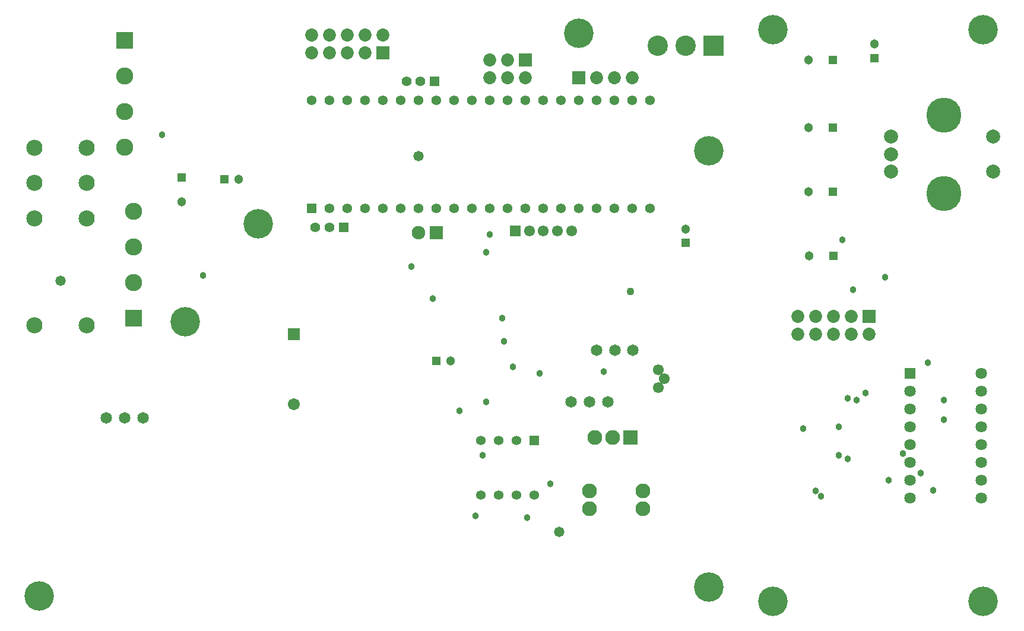
<source format=gbr>
G04*
G04 #@! TF.GenerationSoftware,Altium Limited,Altium Designer,22.4.2 (48)*
G04*
G04 Layer_Color=16711935*
%FSLAX25Y25*%
%MOIN*%
G70*
G04*
G04 #@! TF.SameCoordinates,783B880F-F190-4A79-90E1-06678E82802B*
G04*
G04*
G04 #@! TF.FilePolarity,Negative*
G04*
G01*
G75*
%ADD46C,0.19698*%
%ADD47C,0.07887*%
%ADD48C,0.05131*%
%ADD49R,0.05131X0.05131*%
%ADD50R,0.06410X0.06410*%
%ADD51C,0.06410*%
%ADD52C,0.07296*%
%ADD53R,0.07296X0.07296*%
%ADD54R,0.05131X0.05131*%
%ADD55C,0.05461*%
%ADD56C,0.06469*%
%ADD57C,0.05359*%
%ADD58R,0.05359X0.05359*%
%ADD59C,0.06115*%
%ADD60C,0.08359*%
%ADD61R,0.08359X0.08359*%
%ADD62C,0.11430*%
%ADD63R,0.11430X0.11430*%
%ADD64C,0.08300*%
%ADD65C,0.06706*%
%ADD66R,0.06706X0.06706*%
%ADD67C,0.09068*%
%ADD68C,0.09599*%
%ADD69R,0.09599X0.09599*%
%ADD70R,0.05461X0.05461*%
%ADD71R,0.05524X0.05524*%
%ADD72C,0.05524*%
%ADD73R,0.06115X0.06115*%
%ADD74C,0.07591*%
%ADD75R,0.07591X0.07591*%
%ADD76C,0.16548*%
%ADD77C,0.03800*%
%ADD78C,0.04300*%
%ADD79C,0.05800*%
D46*
X529000Y287047D02*
D03*
Y242953D02*
D03*
D47*
X556559Y255157D02*
D03*
Y274843D02*
D03*
X499472Y265000D02*
D03*
Y255157D02*
D03*
Y274843D02*
D03*
D48*
X453000Y280000D02*
D03*
Y318000D02*
D03*
Y244000D02*
D03*
X453220Y208000D02*
D03*
X384000Y223000D02*
D03*
X252000Y149000D02*
D03*
X101000Y238220D02*
D03*
X133000Y251000D02*
D03*
X490000Y326874D02*
D03*
D49*
X466780Y280000D02*
D03*
Y318000D02*
D03*
Y244000D02*
D03*
X467000Y208000D02*
D03*
X244126Y149000D02*
D03*
X125126Y251000D02*
D03*
D50*
X510000Y142000D02*
D03*
D51*
Y132000D02*
D03*
Y122000D02*
D03*
Y112000D02*
D03*
Y102000D02*
D03*
Y92000D02*
D03*
Y82000D02*
D03*
Y72000D02*
D03*
X550000D02*
D03*
Y82000D02*
D03*
Y92000D02*
D03*
Y102000D02*
D03*
Y112000D02*
D03*
Y122000D02*
D03*
Y132000D02*
D03*
Y142000D02*
D03*
D52*
X447000Y164000D02*
D03*
Y174000D02*
D03*
X457000Y164000D02*
D03*
Y174000D02*
D03*
X467000Y164000D02*
D03*
Y174000D02*
D03*
X477000Y164000D02*
D03*
Y174000D02*
D03*
X487000Y164000D02*
D03*
X274000Y308000D02*
D03*
Y318000D02*
D03*
X284000Y308000D02*
D03*
Y318000D02*
D03*
X294000Y308000D02*
D03*
X174000Y332000D02*
D03*
Y322000D02*
D03*
X184000Y332000D02*
D03*
Y322000D02*
D03*
X194000Y332000D02*
D03*
Y322000D02*
D03*
X204000Y332000D02*
D03*
Y322000D02*
D03*
X214000Y332000D02*
D03*
X354000Y308000D02*
D03*
X344000D02*
D03*
X334000D02*
D03*
D53*
X487000Y174000D02*
D03*
X294000Y318000D02*
D03*
X214000Y322000D02*
D03*
X324000Y308000D02*
D03*
D54*
X384000Y215126D02*
D03*
X101000Y252000D02*
D03*
X490000Y319000D02*
D03*
D55*
X354000Y234626D02*
D03*
X174000Y295374D02*
D03*
X184000D02*
D03*
X194000D02*
D03*
X204000D02*
D03*
X214000D02*
D03*
X224000D02*
D03*
X234000D02*
D03*
X244000D02*
D03*
X254000D02*
D03*
X264000D02*
D03*
X274000D02*
D03*
X284000D02*
D03*
X294000D02*
D03*
X304000D02*
D03*
X314000D02*
D03*
X324000D02*
D03*
X334000D02*
D03*
X344000D02*
D03*
X354000D02*
D03*
X364000D02*
D03*
Y234626D02*
D03*
X344000D02*
D03*
X334000D02*
D03*
X324000D02*
D03*
X314000D02*
D03*
X304000D02*
D03*
X294000D02*
D03*
X284000D02*
D03*
X274000D02*
D03*
X264000D02*
D03*
X254000D02*
D03*
X244000D02*
D03*
X234000D02*
D03*
X224000D02*
D03*
X214000D02*
D03*
X204000D02*
D03*
X194000D02*
D03*
X184000D02*
D03*
D56*
X340236Y126000D02*
D03*
X330000D02*
D03*
X319764D02*
D03*
X354472Y155000D02*
D03*
X344236D02*
D03*
X334000D02*
D03*
X58764Y117000D02*
D03*
X69000D02*
D03*
X79236D02*
D03*
D57*
X299000Y73626D02*
D03*
X289000D02*
D03*
X279000D02*
D03*
X269000D02*
D03*
Y104374D02*
D03*
X279000D02*
D03*
X289000D02*
D03*
D58*
X299000D02*
D03*
D59*
X368654Y134000D02*
D03*
X372000Y139000D02*
D03*
X368654Y144000D02*
D03*
X319874Y222000D02*
D03*
X312000D02*
D03*
X304126D02*
D03*
X296252D02*
D03*
D60*
X333000Y106000D02*
D03*
X343000D02*
D03*
D61*
X353000D02*
D03*
D62*
X368409Y326000D02*
D03*
X384000D02*
D03*
D63*
X399591D02*
D03*
D64*
X360000Y76000D02*
D03*
Y66000D02*
D03*
X330000D02*
D03*
Y76000D02*
D03*
D65*
X164000Y124630D02*
D03*
D66*
Y164000D02*
D03*
D67*
X18236Y169000D02*
D03*
Y229079D02*
D03*
Y248921D02*
D03*
Y268764D02*
D03*
X47764D02*
D03*
Y248921D02*
D03*
Y229079D02*
D03*
Y169000D02*
D03*
D68*
X69000Y269000D02*
D03*
Y289000D02*
D03*
Y309000D02*
D03*
X74000Y233000D02*
D03*
Y213000D02*
D03*
Y193000D02*
D03*
D69*
X69000Y329000D02*
D03*
X74000Y173000D02*
D03*
D70*
X174000Y234626D02*
D03*
D71*
X243000Y306000D02*
D03*
X191874Y224000D02*
D03*
D72*
X235126Y306000D02*
D03*
X227252D02*
D03*
X184000Y224000D02*
D03*
X176126D02*
D03*
D73*
X288378Y222000D02*
D03*
D74*
X234000Y221000D02*
D03*
D75*
X244000D02*
D03*
D76*
X103000Y171000D02*
D03*
X144000Y226000D02*
D03*
X21000Y17000D02*
D03*
X397000Y22000D02*
D03*
X324000Y333000D02*
D03*
X397000Y267000D02*
D03*
X433000Y14000D02*
D03*
X551000D02*
D03*
X433000Y335000D02*
D03*
X551000D02*
D03*
D77*
X520000Y148000D02*
D03*
X480000Y127000D02*
D03*
X485000Y131000D02*
D03*
X470000Y112000D02*
D03*
X529000Y116000D02*
D03*
Y127000D02*
D03*
X475000Y128000D02*
D03*
X450000Y111000D02*
D03*
X506000Y97000D02*
D03*
X470000Y96000D02*
D03*
X475000Y94000D02*
D03*
X498025Y82000D02*
D03*
X456984Y76000D02*
D03*
X460000Y73000D02*
D03*
X523000Y76407D02*
D03*
X516000Y86000D02*
D03*
X478000Y189000D02*
D03*
X472000Y217000D02*
D03*
X496000Y196000D02*
D03*
X272000Y210000D02*
D03*
X242000Y184000D02*
D03*
X230000Y202000D02*
D03*
X287000Y145525D02*
D03*
X281000Y173000D02*
D03*
X282000Y160000D02*
D03*
X308000Y80000D02*
D03*
X302000Y142000D02*
D03*
X274000Y220000D02*
D03*
X270000Y96000D02*
D03*
X272000Y126000D02*
D03*
X257000Y121000D02*
D03*
X266000Y62000D02*
D03*
X295000Y61000D02*
D03*
X338000Y143000D02*
D03*
X113000Y197000D02*
D03*
X90000Y276000D02*
D03*
D78*
X353000Y188000D02*
D03*
D79*
X313000Y53000D02*
D03*
X234000Y264000D02*
D03*
X33000Y194000D02*
D03*
M02*

</source>
